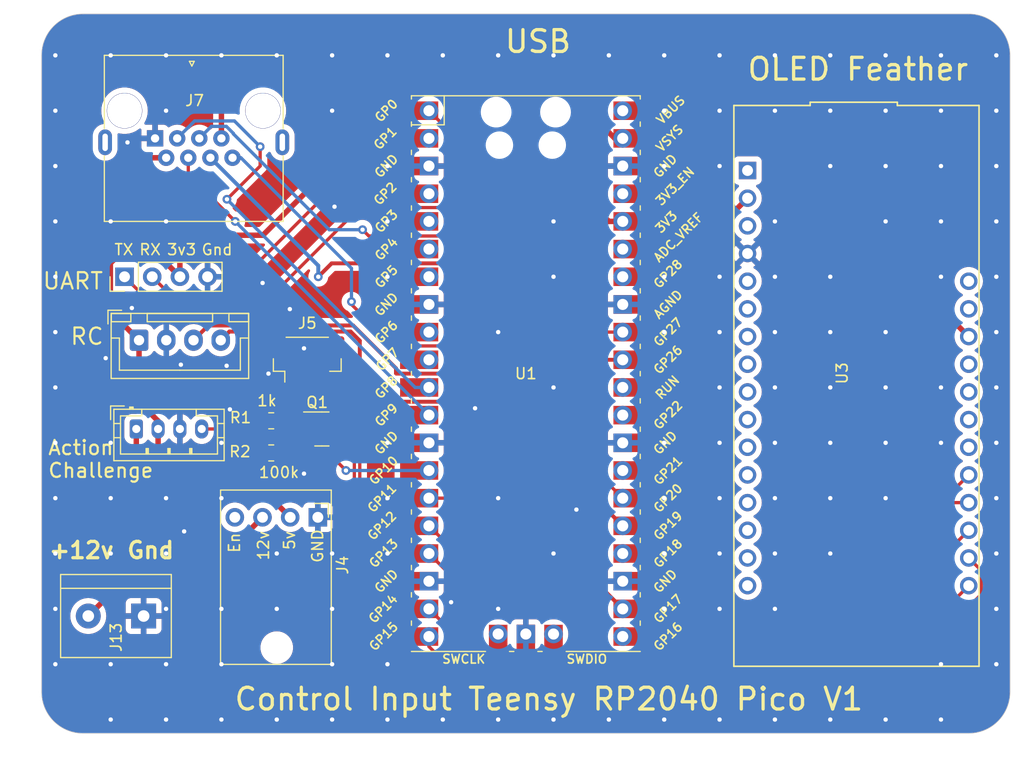
<source format=kicad_pcb>
(kicad_pcb (version 20221018) (generator pcbnew)
  (layers (0 "F.Cu" signal) (31 "B.Cu" signal) (34 "B.Paste" user) (35 "F.Paste" user) (36 "B.SilkS" user "B.Silkscreen") (37 "F.SilkS" user "F.Silkscreen") (38 "B.Mask" user) (39 "F.Mask" user) (44 "Edge.Cuts" user))
  (net 0 "")
  (net 1 "+5V")
  (net 2 "GND")
  (net 3 "+3V3")
  (net 4 "+12V")
  (net 5 "I2C_SDA")
  (net 6 "I2C_SCL")
  (net 7 "Steering")
  (net 8 "Throttle")
  (net 9 "RCPWMThrottle")
  (net 10 "RCPWMSteering")
  (net 11 "ActiveSW")
  (net 12 "TX")
  (net 13 "RX")
  (net 14 "ActionSignal")
  (net 16 "Sound_1")
  (net 17 "Sound_2")
  (net 18 "Net-(Q1-G)")
  (net 19 "ActionChallengeTrigger")
  (net 26 "Button_A")
  (net 27 "Button_B")
  (net 28 "Button_C")
  (net 37 "SWCLK")
  (net 38 "SWDIO")
  (footprint "Useful Modifications:RJ45_x08_Tab_Up" (layer "F.Cu") (at 119.61168 96.73082 180)
    (fp_text reference "J7")
    (fp_text value "8P8C")
  )
  (footprint "Useful Modifications:Feather_nRF52840" (layer "F.Cu") (at 180.34 121.92 -90)
    (fp_text reference "U3")
    (fp_text value "OLED Feather")
  )
  (footprint "Useful Modifications:TerminalBlock_bornier-2_P5.08mm" (layer "F.Cu") (at 114.7819 144.167 180)
    (fp_text reference "J13")
    (fp_text value "Main Power")
  )
  (footprint "Useful Modifications:AdaFruit_MPM3610" (layer "F.Cu") (at 130.7719 135.107 -90)
    (fp_text reference "J4")
    (fp_text value "Power Input")
  )
  (footprint "RP2040:RPi_Pico_SMD_TH" (layer "F.Cu") (at 149.86 121.92)
    (fp_text reference "U1")
    (fp_text value "Pico")
  )
  (footprint "Resistor_SMD:R_0805_2012Metric" (layer "F.Cu") (at 126.4925 129.2)
    (fp_text reference "R2")
    (fp_text value "100k")
  )
  (footprint "Package_TO_SOT_SMD:SOT-23" (layer "F.Cu") (at 131.1425 127)
    (fp_text reference "Q1")
    (fp_text value "Q_NMOS_GSD")
  )
  (footprint "Connector_JST:JST_SH_BM04B-SRSS-TB_1x04-1MP_P1.00mm_Vertical" (layer "F.Cu") (at 129.8 120.595)
    (fp_text reference "J5")
    (fp_text value "I2C")
  )
  (footprint "Resistor_SMD:R_0805_2012Metric" (layer "F.Cu") (at 126.4925 126.25)
    (fp_text reference "R1")
    (fp_text value "1k")
  )
  (footprint "Connector_JST:JST_XH_B4B-XH-A_1x04_P2.50mm_Vertical" (layer "F.Cu") (at 114.36 118.855)
    (fp_text reference "J1")
    (fp_text value "RC")
  )
  (footprint "Connector_PinHeader_2.54mm:PinHeader_1x04_P2.54mm_Vertical" (layer "F.Cu") (at 113.03 113.03 90)
    (fp_text reference "J2")
    (fp_text value "UART")
  )
  (footprint "Connector_JST:JST_PH_B4B-PH-K_1x04_P2.00mm_Vertical" (layer "F.Cu") (at 114.11 127)
    (fp_text reference "J3")
    (fp_text value "ActionChallenge")
  )
  (gr_line (start 105.41 92.71) (end 105.41 151.13) (stroke (width 0.05)) (layer "Edge.Cuts"))
  (gr_arc (start 194.31 151.13) (mid 193.194077 153.824077) (end 190.5 154.94) (stroke (width 0.05)) (layer "Edge.Cuts"))
  (gr_arc (start 190.5 88.9) (mid 193.194077 90.015923) (end 194.31 92.71) (stroke (width 0.05)) (layer "Edge.Cuts"))
  (gr_arc (start 105.41 92.71) (mid 106.525923 90.015923) (end 109.22 88.9) (stroke (width 0.05)) (layer "Edge.Cuts"))
  (gr_arc (start 109.22 154.94) (mid 106.525923 153.824077) (end 105.41 151.13) (stroke (width 0.05)) (layer "Edge.Cuts"))
  (gr_line (start 109.22 154.94) (end 190.5 154.94) (stroke (width 0.05)) (layer "Edge.Cuts"))
  (gr_line (start 190.5 88.9) (end 109.22 88.9) (stroke (width 0.05)) (layer "Edge.Cuts"))
  (gr_line (start 194.31 151.13) (end 194.31 92.71) (stroke (width 0.05)) (layer "Edge.Cuts"))
  (gr_text "Gnd" (at 115.4219 138.137) (layer "F.SilkS") (effects (font (size 1.5 1.5) (thickness 0.3))))
  (gr_text "+12v" (at 109.0719 138.137) (layer "F.SilkS") (effects (font (size 1.5 1.5) (thickness 0.3))))
  (gr_text "OLED Feather" (at 180.34 93.98) (layer "F.SilkS") (effects (font (size 2 2) (thickness 0.3))))
  (gr_text "RX" (at 114.3 111.125) (layer "F.SilkS") (effects (font (size 1 1)) (justify left bottom)))
  (gr_text "RC" (at 107.95 119.38) (layer "F.SilkS") (effects (font (size 1.5 1.5) (thickness 0.2)) (justify left bottom)))
  (gr_text "UART" (at 105.41 114.3) (layer "F.SilkS") (effects (font (size 1.5 1.5) (thickness 0.2)) (justify left bottom)))
  (gr_text "TX" (at 112.014 111.125) (layer "F.SilkS") (effects (font (size 1 1)) (justify left bottom)))
  (gr_text "3v3" (at 116.84 111.125) (layer "F.SilkS") (effects (font (size 1 1)) (justify left bottom)))
  (gr_text "1k" (at 125.1204 124.9934) (layer "F.SilkS") (effects (font (size 1 1)) (justify left bottom)))
  (gr_text "Action\nChallenge" (at 105.918 131.572) (layer "F.SilkS") (effects (font (size 1.3 1.3) (thickness 0.2)) (justify left bottom)))
  (gr_text "Gnd" (at 120.015 111.125) (layer "F.SilkS") (effects (font (size 1 1)) (justify left bottom)))
  (gr_text "100k" (at 125.2728 131.572) (layer "F.SilkS") (effects (font (size 1 1)) (justify left bottom)))
  (gr_text "Control Input Teensy RP2040 Pico V1" (at 151.9682 151.7904) (layer "F.SilkS") (effects (font (size 2 2) (thickness 0.3))))
  (gr_text "USB" (at 150.975 91.44) (layer "F.SilkS") (effects (font (size 2 2) (thickness 0.3))))
  (segment (start 156.699501 98.999501) (end 156.699501 97.010257) (width 0.5) (layer "F.Cu") (net 1))
  (segment (start 109.22 121.92) (end 111.76 124.46) (width 0.5) (layer "F.Cu") (net 1))
  (segment (start 109.22 106.68) (end 109.22 121.92) (width 0.5) (layer "F.Cu") (net 1))
  (segment (start 156.699501 97.010257) (end 153.985743 94.296499) (width 0.5) (layer "F.Cu") (net 1))
  (segment (start 111.646701 94.296499) (end 109.347 96.5962) (width 0.5) (layer "F.Cu") (net 1))
  (segment (start 109.347 96.5962) (end 109.347 102.2096) (width 0.5) (layer "F.Cu") (net 1))
  (segment (start 158.75 100.33) (end 172.319 100.33) (width 0.5) (layer "F.Cu") (net 1))
  (segment (start 114.3 124.46) (end 116.11 126.27) (width 0.5) (layer "F.Cu") (net 1))
  (segment (start 125.2049 132.08) (end 116.84 132.08) (width 0.5) (layer "F.Cu") (net 1))
  (segment (start 113.79 102.11) (end 111.5187 104.3813) (width 0.5) (layer "F.Cu") (net 1))
  (segment (start 128.2319 135.107) (end 125.2049 132.08) (width 0.5) (layer "F.Cu") (net 1))
  (segment (start 172.319 100.33) (end 190.50794 118.51894) (width 0.5) (layer "F.Cu") (net 1))
  (segment (start 158.03 100.33) (end 156.699501 98.999501) (width 0.5) (layer "F.Cu") (net 1))
  (segment (start 116.11 126.27) (end 116.11 127) (width 0.5) (layer "F.Cu") (net 1))
  (segment (start 116.11 131.35) (end 116.11 127) (width 0.5) (layer "F.Cu") (net 1))
  (segment (start 158.75 100.33) (end 158.03 100.33) (width 0.5) (layer "F.Cu") (net 1))
  (segment (start 116.84 132.08) (end 116.11 131.35) (width 0.5) (layer "F.Cu") (net 1))
  (segment (start 111.76 124.46) (end 114.3 124.46) (width 0.5) (layer "F.Cu") (net 1))
  (segment (start 109.347 102.2096) (end 111.5187 104.3813) (width 0.5) (layer "F.Cu") (net 1))
  (segment (start 153.985743 94.296499) (end 111.646701 94.296499) (width 0.5) (layer "F.Cu") (net 1))
  (segment (start 111.5187 104.3813) (end 109.22 106.68) (width 0.5) (layer "F.Cu") (net 1))
  (segment (start 116.8507 102.11) (end 113.79 102.11) (width 0.5) (layer "F.Cu") (net 1))
  (segment (start 128.3 121.92) (end 126.238 121.92) (width 1) (layer "F.Cu") (net 2))
  (via (at 106.68 97.79) (size 0.8) (drill 0.4) (layers "F.Cu" "B.Cu") (net 2))
  (via (at 132.08 92.71) (size 0.8) (drill 0.4) (layers "F.Cu" "B.Cu") (net 2))
  (via (at 193.04 92.71) (size 0.8) (drill 0.4) (layers "F.Cu" "B.Cu") (net 2))
  (via (at 127 153.67) (size 0.8) (drill 0.4) (layers "F.Cu" "B.Cu") (net 2))
  (via (at 177.8 153.67) (size 0.8) (drill 0.4) (layers "F.Cu" "B.Cu") (net 2))
  (via (at 172.72 123.19) (size 0.8) (drill 0.4) (layers "F.Cu" "B.Cu") (net 2))
  (via (at 157.48 153.67) (size 0.8) (drill 0.4) (layers "F.Cu" "B.Cu") (net 2))
  (via (at 132.3 106.6) (size 0.8) (drill 0.4) (layers "F.Cu" "B.Cu") (net 2))
  (via (at 177.8 97.79) (size 0.8) (drill 0.4) (layers "F.Cu" "B.Cu") (net 2))
  (via (at 182.88 153.67) (size 0.8) (drill 0.4) (layers "F.Cu" "B.Cu") (net 2))
  (via (at 193.04 97.79) (size 0.8) (drill 0.4) (layers "F.Cu" "B.Cu") (net 2))
  (via (at 167.64 133.35) (size 0.8) (drill 0.4) (layers "F.Cu" "B.Cu") (net 2))
  (via (at 106.68 123.19) (size 0.8) (drill 0.4) (layers "F.Cu" "B.Cu") (net 2))
  (via (at 132.08 97.79) (size 0.8) (drill 0.4) (layers "F.Cu" "B.Cu") (net 2))
  (via (at 152.4 153.67) (size 0.8) (drill 0.4) (layers "F.Cu" "B.Cu") (net 2))
  (via (at 187.96 92.71) (size 0.8) (drill 0.4) (layers "F.Cu" "B.Cu") (net 2))
  (via (at 167.64 123.19) (size 0.8) (drill 0.4) (layers "F.Cu" "B.Cu") (net 2))
  (via (at 193.04 133.35) (size 0.8) (drill 0.4) (layers "F.Cu" "B.Cu") (net 2))
  (via (at 137.16 133.35) (size 0.8) (drill 0.4) (layers "F.Cu" "B.Cu") (net 2))
  (via (at 172.72 153.67) (size 0.8) (drill 0.4) (layers "F.Cu" "B.Cu") (net 2))
  (via (at 162.56 102.87) (size 0.8) (drill 0.4) (layers "F.Cu" "B.Cu") (net 2))
  (via (at 152.4 123.19) (size 0.8) (drill 0.4) (layers "F.Cu" "B.Cu") (net 2))
  (via (at 187.96 113.03) (size 0.8) (drill 0.4) (layers "F.Cu" "B.Cu") (net 2))
  (via (at 182.88 133.35) (size 0.8) (drill 0.4) (layers "F.Cu" "B.Cu") (net 2))
  (via (at 118.5 136.4) (size 0.8) (drill 0.4) (layers "F.Cu" "B.Cu") (net 2))
  (via (at 106.68 138.43) (size 0.8) (drill 0.4) (layers "F.Cu" "B.Cu") (net 2))
  (via (at 111.76 153.67) (size 0.8) (drill 0.4) (layers "F.Cu" "B.Cu") (net 2))
  (via (at 129.5 131.1) (size 0.8) (drill 0.4) (layers "F.Cu" "B.Cu") (net 2))
  (via (at 154.5 134.4) (size 0.8) (drill 0.4) (layers "F.Cu" "B.Cu") (net 2))
  (via (at 177.8 128.27) (size 0.8) (drill 0.4) (layers "F.Cu" "B.Cu") (net 2))
  (via (at 137.16 148.59) (size 0.8) (drill 0.4) (layers "F.Cu" "B.Cu") (net 2))
  (via (at 193.04 148.59) (size 0.8) (drill 0.4) (layers "F.Cu" "B.Cu") (net 2))
  (via (at 142.24 92.71) (size 0.8) (drill 0.4) (layers "F.Cu" "B.Cu") (net 2))
  (via (at 167.64 102.87) (size 0.8) (drill 0.4) (layers "F.Cu" "B.Cu") (net 2))
  (via (at 132.08 143.51) (size 0.8) (drill 0.4) (layers "F.Cu" "B.Cu") (net 2))
  (via (at 118.2 121.1) (size 0.8) (drill 0.4) (layers "F.Cu" "B.Cu") (net 2))
  (via (at 111.76 92.71) (size 0.8) (drill 0.4) (layers "F.Cu" "B.Cu") (net 2))
  (via (at 182.88 102.87) (size 0.8) (drill 0.4) (layers "F.Cu" "B.Cu") (net 2))
  (via (at 152.4 113.03) (size 0.8) (drill 0.4) (layers "F.Cu" "B.Cu") (net 2))
  (via (at 187.96 97.79) (size 0.8) (drill 0.4) (layers "F.Cu" "B.Cu") (net 2))
  (via (at 193.04 102.87) (size 0.8) (drill 0.4) (layers "F.Cu" "B.Cu") (net 2))
  (via (at 172.72 128.27) (size 0.8) (drill 0.4) (layers "F.Cu" "B.Cu") (net 2))
  (via (at 127 92.71) (size 0.8) (drill 0.4) (layers "F.Cu" "B.Cu") (net 2))
  (via (at 147.32 133.35) (size 0.8) (drill 0.4) (layers "F.Cu" "B.Cu") (net 2))
  (via (at 137.16 102.87) (size 0.8) (drill 0.4) (layers "F.Cu" "B.Cu") (net 2))
  (via (at 172.72 143.51) (size 0.8) (drill 0.4) (layers "F.Cu" "B.Cu") (net 2))
  (via (at 116.84 143.51) (size 0.8) (drill 0.4) (layers "F.Cu" "B.Cu") (net 2))
  (via (at 193.04 118.11) (size 0.8) (drill 0.4) (layers "F.Cu" "B.Cu") (net 2))
  (via (at 193.04 123.19) (size 0.8) (drill 0.4) (layers "F.Cu" "B.Cu") (net 2))
  (via (at 187.96 123.19) (size 0.8) (drill 0.4) (layers "F.Cu" "B.Cu") (net 2))
  (via (at 167.64 113.03) (size 0.8) (drill 0.4) (layers "F.Cu" "B.Cu") (net 2))
  (via (at 116.84 133.35) (size 0.8) (drill 0.4) (layers "F.Cu" "B.Cu") (net 2))
  (via (at 121.92 128.27) (size 0.8) (drill 0.4) (layers "F.Cu" "B.Cu") (net 2))
  (via (at 187.96 153.67) (size 0.8) (drill 0.4) (layers "F.Cu" "B.Cu") (net 2))
  (via (at 132.08 138.43) (size 0.8) (drill 0.4) (layers "F.Cu" "B.Cu") (net 2))
  (via (at 106.68 107.95) (size 0.8) (drill 0.4) (layers "F.Cu" "B.Cu") (net 2))
  (via (at 172.72 92.71) (size 0.8) (drill 0.4) (layers "F.Cu" "B.Cu") (net 2))
  (via (at 106.68 148.59) (size 0.8) (drill 0.4) (layers "F.Cu" "B.Cu") (net 2))
  (via (at 126.238 121.92) (size 0.8) (drill 0.4) (layers "F.Cu" "B.Cu") (net 2))
  (via (at 172.72 107.95) (size 0.8) (drill 0.4) (layers "F.Cu" "B.Cu") (net 2))
  (via (at 121.92 133.35) (size 0.8) (drill 0.4) (layers "F.Cu" "B.Cu") (net 2))
  (via (at 167.64 118.11) (size 0.8) (drill 0.4) (layers "F.Cu" "B.Cu") (net 2))
  (via (at 167.64 143.51) (size 0.8) (drill 0.4) (layers "F.Cu" "B.Cu") (net 2))
  (via (at 137.16 153.67) (size 0.8) (drill 0.4) (layers "F.Cu" "B.Cu") (net 2))
  (via (at 113.3 100.7) (size 0.8) (drill 0.4) (layers "F.Cu" "B.Cu") (net 2))
  (via (at 116.84 92.71) (size 0.8) (drill 0.4) (layers "F.Cu" "B.Cu") (net 2))
  (via (at 147.32 153.67) (size 0.8) (drill 0.4) (layers "F.Cu" "B.Cu") (net 2))
  (via (at 182.88 107.95) (size 0.8) (drill 0.4) (layers "F.Cu" "B.Cu") (net 2))
  (via (at 106.68 128.27) (size 0.8) (drill 0.4) (layers "F.Cu" "B.Cu") (net 2))
  (via (at 162.56 143.51) (size 0.8) (drill 0.4) (layers "F.Cu" "B.Cu") (net 2))
  (via (at 157.48 92.71) (size 0.8) (drill 0.4) (layers "F.Cu" "B.Cu") (net 2))
  (via (at 129.5 119.6) (size 0.8) (drill 0.4) (layers "F.Cu" "B.Cu") (net 2))
  (via (at 177.8 138.43) (size 0.8) (drill 0.4) (layers "F.Cu" "B.Cu") (net 2))
  (via (at 111.76 107.95) (size 0.8) (drill 0.4) (layers "F.Cu" "B.Cu") (net 2))
  (via (at 122.4 121.2) (size 0.8) (drill 0.4) (layers "F.Cu" "B.Cu") (net 2))
  (via (at 172.72 138.43) (size 0.8) (drill 0.4) (layers "F.Cu" "B.Cu") (net 2))
  (via (at 162.56 92.71) (size 0.8) (drill 0.4) (layers "F.Cu" "B.Cu") (net 2))
  (via (at 116.84 153.67) (size 0.8) (drill 0.4) (layers "F.Cu" "B.Cu") (net 2))
  (via (at 106.68 118.11) (size 0.8) (drill 0.4) (layers "F.Cu" "B.Cu") (net 2))
  (via (at 122.7 125.2) (size 0.8) (drill 0.4) (layers "F.Cu" "B.Cu") (net 2))
  (via (at 147.32 143.51) (size 0.8) (drill 0.4) (layers "F.Cu" "B.Cu") (net 2))
  (via (at 106.68 102.87) (size 0.8) (drill 0.4) (layers "F.Cu" "B.Cu") (net 2))
  (via (at 121.92 143.51) (size 0.8) (drill 0.4) (layers "F.Cu" "B.Cu") (net 2))
  (via (at 193.04 128.27) (size 0.8) (drill 0.4) (layers "F.Cu" "B.Cu") (net 2))
  (via (at 116.84 148.59) (size 0.8) (drill 0.4) (layers "F.Cu" "B.Cu") (net 2))
  (via (at 106.68 113.03) (size 0.8) (drill 0.4) (layers "F.Cu" "B.Cu") (net 2))
  (via (at 177.8 123.19) (size 0.8) (drill 0.4) (layers "F.Cu" "B.Cu") (net 2))
  (via (at 187.96 148.59) (size 0.8) (drill 0.4) (layers "F.Cu" "B.Cu") (net 2))
  (via (at 177.8 92.71) (size 0.8) (drill 0.4) (layers "F.Cu" "B.Cu") (net 2))
  (via (at 113.7 115.9) (size 0.8) (drill 0.4) (layers "F.Cu" "B.Cu") (net 2))
  (via (at 162.56 113.03) (size 0.8) (drill 0.4) (layers "F.Cu" "B.Cu") (net 2))
  (via (at 162.56 118.11) (size 0.8) (drill 0.4) (layers "F.Cu" "B.Cu") (net 2))
  (via (at 172.72 97.79) (size 0.8) (drill 0.4) (layers "F.Cu" "B.Cu") (net 2))
  (via (at 172.72 133.35) (size 0.8) (drill 0.4) (layers "F.Cu" "B.Cu") (net 2))
  (via (at 193.04 107.95) (size 0.8) (drill 0.4) (layers "F.Cu" "B.Cu") (net 2))
  (via (at 182.88 128.27) (size 0.8) (drill 0.4) (layers "F.Cu" "B.Cu") (net 2))
  (via (at 167.64 138.43) (size 0.8) (drill 0.4) (layers "F.Cu" "B.Cu") (net 2))
  (via (at 111.76 148.59) (size 0.8) (drill 0.4) (layers "F.Cu" "B.Cu") (net 2))
  (via (at 116.84 107.95) (size 0.8) (drill 0.4) (layers "F.Cu" "B.Cu") (net 2))
  (via (at 137.16 138.43) (size 0.8) (drill 0.4) (layers "F.Cu" "B.Cu") (net 2))
  (via (at 177.8 118.11) (size 0.8) (drill 0.4) (layers "F.Cu" "B.Cu") (net 2))
  (via (at 177.8 102.87) (size 0.8) (drill 0.4) (layers "F.Cu" "B.Cu") (net 2))
  (via (at 182.88 97.79) (size 0.8) (drill 0.4) (layers "F.Cu" "B.Cu") (net 2))
  (via (at 121.92 148.59) (size 0.8) (drill 0.4) (layers "F.Cu" "B.Cu") (net 2))
  (via (at 182.88 123.19) (size 0.8) (drill 0.4) (layers "F.Cu" "B.Cu") (net 2))
  (via (at 106.68 133.35) (size 0.8) (drill 0.4) (layers "F.Cu" "B.Cu") (net 2))
  (via (at 121.92 92.71) (size 0.8) (drill 0.4) (layers "F.Cu" "B.Cu") (net 2))
  (via (at 137.16 107.95) (size 0.8) (drill 0.4) (layers "F.Cu" "B.Cu") (net 2))
  (via (at 137.16 92.71) (size 0.8) (drill 0.4) (layers "F.Cu" "B.Cu") (net 2))
  (via (at 111.76 133.35) (size 0.8) (drill 0.4) (layers "F.Cu" "B.Cu") (net 2))
  (via (at 167.64 97.79) (size 0.8) (drill 0.4) (layers "F.Cu" "B.Cu") (net 2))
  (via (at 116.84 97.79) (size 0.8) (drill 0.4) (layers "F.Cu" "B.Cu") (net 2))
  (via (at 132.08 148.59) (size 0.8) (drill 0.4) (layers "F.Cu" "B.Cu") (net 2))
  (via (at 187.96 128.27) (size 0.8) (drill 0.4) (layers "F.Cu" "B.Cu") (net 2))
  (via (at 162.56 128.27) (size 0.8) (drill 0.4) (layers "F.Cu" "B.Cu") (net 2))
  (via (at 167.64 153.67) (size 0.8) (drill 0.4) (layers "F.Cu" "B.Cu") (net 2))
  (via (at 177.8 133.35) (size 0.8) (drill 0.4) (layers "F.Cu" "B.Cu") (net 2))
  (via (at 193.04 138.43) (size 0.8) (drill 0.4) (layers "F.Cu" "B.Cu") (net 2))
  (via (at 143 142.9) (size 0.8) (drill 0.4) (layers "F.Cu" "B.Cu") (net 2))
  (via (at 193.04 113.03) (size 0.8) (drill 0.4) (layers "F.Cu" "B.Cu") (net 2))
  (via (at 147.32 92.71) (size 0.8) (drill 0.4) (layers "F.Cu" "B.Cu") (net 2))
  (via (at 152.4 138.43) (size 0.8) (drill 0.4) (layers "F.Cu" "B.Cu") (net 2))
  (via (at 106.68 143.51) (size 0.8) (drill 0.4) (layers "F.Cu" "B.Cu") (net 2))
  (via (at 145.2 125.1) (size 0.8) (drill 0.4) (layers "F.Cu" "B.Cu") (net 2))
  (via (at 137.16 113.03) (size 0.8) (drill 0.4) (layers "F.Cu" "B.Cu") (net 2))
  (via (at 125.7 113.6) (size 0.8) (drill 0.4) (layers "F.Cu" "B.Cu") (net 2))
  (via (at 111.3 120.5) (size 0.8) (drill 0.4) (layers "F.Cu" "B.Cu") (net 2))
  (via (at 147.32 118.11) (size 0.8) (drill 0.4) (layers "F.Cu" "B.Cu") (net 2))
  (via (at 132.08 153.67) (size 0.8) (drill 0.4) (layers "F.Cu" "B.Cu") (net 2))
  (via (at 106.68 92.71) (size 0.8) (drill 0.4) (layers "F.Cu" "B.Cu") (net 2))
  (via (at 193.04 143.51) (size 0.8) (drill 0.4) (layers "F.Cu" "B.Cu") (net 2))
  (via (at 162.56 138.43) (size 0.8) (drill 0.4) (layers "F.Cu" "B.Cu") (net 2))
  (via (at 137.16 128.27) (size 0.8) (drill 0.4) (layers "F.Cu" "B.Cu") (net 2))
  (via (at 152.4 92.71) (size 0.8) (drill 0.4) (layers "F.Cu" "B.Cu") (net 2))
  (via (at 111.76 138.43) (size 0.8) (drill 0.4) (layers "F.Cu" "B.Cu") (net 2))
  (via (at 182.88 92.71) (size 0.8) (drill 0.4) (layers "F.Cu" "B.Cu") (net 2))
  (via (at 187.96 102.87) (size 0.8) (drill 0.4) (layers "F.Cu" "B.Cu") (net 2))
  (via (at 182.88 118.11) (size 0.8) (drill 0.4) (layers "F.Cu" "B.Cu") (net 2))
  (via (at 167.64 128.27) (size 0.8) (drill 0.4) (layers "F.Cu" "B.Cu") (net 2))
  (via (at 128.2 116) (size 0.8) (drill 0.4) (layers "F.Cu" "B.Cu") (net 2))
  (via (at 162.56 97.79) (size 0.8) (drill 0.4) (layers "F.Cu" "B.Cu") (net 2))
  (via (at 111.76 128.27) (size 0.8) (drill 0.4) (layers "F.Cu" "B.Cu") (net 2))
  (via (at 162.56 133.35) (size 0.8) (drill 0.4) (layers "F.Cu" "B.Cu") (net 2))
  (via (at 187.96 107.95) (size 0.8) (drill 0.4) (layers "F.Cu" "B.Cu") (net 2))
  (via (at 142.24 153.67) (size 0.8) (drill 0.4) (layers "F.Cu" "B.Cu") (net 2))
  (via (at 162.56 153.67) (size 0.8) (drill 0.4) (layers "F.Cu" "B.Cu") (net 2))
  (via (at 116.84 138.43) (size 0.8) (drill 0.4) (layers "F.Cu" "B.Cu") (net 2))
  (via (at 167.64 92.71) (size 0.8) (drill 0.4) (layers "F.Cu" "B.Cu") (net 2))
  (via (at 172.72 113.03) (size 0.8) (drill 0.4) (layers "F.Cu" "B.Cu") (net 2))
  (via (at 127 138.43) (size 0.8) (drill 0.4) (layers "F.Cu" "B.Cu") (net 2))
  (via (at 121.92 153.67) (size 0.8) (drill 0.4) (layers "F.Cu" "B.Cu") (net 2))
  (via (at 127 143.51) (size 0.8) (drill 0.4) (layers "F.Cu" "B.Cu") (net 2))
  (via (at 177.8 113.03) (size 0.8) (drill 0.4) (layers "F.Cu" "B.Cu") (net 2))
  (via (at 172.72 118.11) (size 0.8) (drill 0.4) (layers "F.Cu" "B.Cu") (net 2))
  (via (at 152.4 107.95) (size 0.8) (drill 0.4) (layers "F.Cu" "B.Cu") (net 2))
  (segment (start 111.73 111.79) (end 113.03 110.49) (width 0.5) (layer "F.Cu") (net 3))
  (segment (start 118.11 110.998) (end 119.888 109.22) (width 0.5) (layer "F.Cu") (net 3))
  (segment (start 153.696 94.996) (end 136.144 94.996) (width 0.5) (layer "F.Cu") (net 3))
  (segment (start 156 97.3) (end 153.696 94.996) (width 0.5) (layer "F.Cu") (net 3))
  (segment (start 126.2634 123.7234) (end 127.121054 124.581054) (width 0.5) (layer "F.Cu") (net 3))
  (segment (start 114.36 121.5736) (end 116.5098 123.7234) (width 0.5) (layer "F.Cu") (net 3))
  (segment (start 158.75 107.95) (end 168.07688 107.95) (width 0.5) (layer "F.Cu") (net 3))
  (segment (start 127.121054 124.581054) (end 128.512107 123.19) (width 0.3) (layer "F.Cu") (net 3))
  (segment (start 168.07688 107.95) (end 170.20794 105.81894) (width 0.5) (layer "F.Cu") (net 3))
  (segment (start 113.03 110.49) (end 115.57 110.49) (width 0.5) (layer "F.Cu") (net 3))
  (segment (start 116.5098 123.7234) (end 126.2634 123.7234) (width 0.5) (layer "F.Cu") (net 3))
  (segment (start 118.11 113.03) (end 118.11 110.998) (width 0.5) (layer "F.Cu") (net 3))
  (segment (start 126.4425 125.259607) (end 127.121054 124.581054) (width 0.3) (layer "F.Cu") (net 3))
  (segment (start 136.144 98.806) (end 136.144 94.996) (width 0.5) (layer "F.Cu") (net 3))
  (segment (start 125.58 129.2) (end 126.4425 128.3375) (width 0.3) (layer "F.Cu") (net 3))
  (segment (start 136.144 94.996) (end 123.698 94.996) (width 0.5) (layer "F.Cu") (net 3))
  (segment (start 129.3 121.92) (end 129.3 122.402107) (width 0.3) (layer "F.Cu") (net 3))
  (segment (start 125.73 109.22) (end 136.144 98.806) (width 0.5) (layer "F.Cu") (net 3))
  (segment (start 129.3 122.402107) (end 128.512107 123.19) (width 0.3) (layer "F.Cu") (net 3))
  (segment (start 114.36 118.855) (end 111.73 116.225) (width 0.5) (layer "F.Cu") (net 3))
  (segment (start 121.9207 96.7733) (end 121.9207 100.33) (width 0.5) (layer "F.Cu") (net 3))
  (segment (start 158.75 107.95) (end 157.48 107.95) (width 0.5) (layer "F.Cu") (net 3))
  (segment (start 157.48 107.95) (end 156 106.47) (width 0.5) (layer "F.Cu") (net 3))
  (segment (start 123.698 94.996) (end 121.9207 96.7733) (width 0.5) (layer "F.Cu") (net 3))
  (segment (start 111.73 116.225) (end 111.73 111.79) (width 0.5) (layer "F.Cu") (net 3))
  (segment (start 114.36 118.855) (end 114.36 121.5736) (width 0.5) (layer "F.Cu") (net 3))
  (segment (start 126.4425 128.3375) (end 126.4425 125.259607) (width 0.3) (layer "F.Cu") (net 3))
  (segment (start 115.57 110.49) (end 118.11 113.03) (width 0.5) (layer "F.Cu") (net 3))
  (segment (start 156 106.47) (end 156 97.3) (width 0.5) (layer "F.Cu") (net 3))
  (segment (start 119.888 109.22) (end 125.73 109.22) (width 0.5) (layer "F.Cu") (net 3))
  (segment (start 114.11 139.7) (end 114.11 127) (width 0.5) (layer "F.Cu") (net 4))
  (segment (start 121.0989 139.7) (end 114.11 139.7) (width 0.5) (layer "F.Cu") (net 4))
  (segment (start 125.6919 135.107) (end 121.0989 139.7) (width 0.5) (layer "F.Cu") (net 4))
  (segment (start 109.7019 144.167) (end 114.11 139.7589) (width 0.5) (layer "F.Cu") (net 4))
  (segment (start 114.11 139.7589) (end 114.11 139.7) (width 0.5) (layer "F.Cu") (net 4))
  (segment (start 130.3 121.92) (end 130.3 121.437893) (width 0.3) (layer "F.Cu") (net 5))
  (segment (start 180.723078 151.163802) (end 190.50794 141.37894) (width 0.3) (layer "F.Cu") (net 5))
  (segment (start 140.97 143.51) (end 143.4 145.94) (width 0.3) (layer "F.Cu") (net 5))
  (segment (start 137.16 143.51) (end 140.97 143.51) (width 0.3) (layer "F.Cu") (net 5))
  (segment (start 130.3 121.437893) (end 131.087893 120.65) (width 0.3) (layer "F.Cu") (net 5))
  (segment (start 143.4 148.114803) (end 146.448999 151.163802) (width 0.3) (layer "F.Cu") (net 5))
  (segment (start 134.62 123.757893) (end 134.62 140.97) (width 0.3) (layer "F.Cu") (net 5))
  (segment (start 131.087893 120.65) (end 131.512107 120.65) (width 0.3) (layer "F.Cu") (net 5))
  (segment (start 134.62 140.97) (end 137.16 143.51) (width 0.3) (layer "F.Cu") (net 5))
  (segment (start 146.448999 151.163802) (end 180.723078 151.163802) (width 0.3) (layer "F.Cu") (net 5))
  (segment (start 143.4 145.94) (end 143.4 148.114803) (width 0.3) (layer "F.Cu") (net 5))
  (segment (start 131.512107 120.65) (end 134.62 123.757893) (width 0.3) (layer "F.Cu") (net 5))
  (segment (start 191.65794 139.98894) (end 191.65794 142.17706) (width 0.3) (layer "F.Cu") (net 6))
  (segment (start 190.50794 138.83894) (end 191.65794 139.98894) (width 0.3) (layer "F.Cu") (net 6))
  (segment (start 134.120499 124.740499) (end 134.120499 141.740499) (width 0.3) (layer "F.Cu") (net 6))
  (segment (start 181.635 152.2) (end 146.2 152.2) (width 0.3) (layer "F.Cu") (net 6))
  (segment (start 138.43 146.05) (end 140.97 146.05) (width 0.3) (layer "F.Cu") (net 6))
  (segment (start 140.97 146.97) (end 140.97 146.05) (width 0.3) (layer "F.Cu") (net 6))
  (segment (start 134.120499 141.740499) (end 138.43 146.05) (width 0.3) (layer "F.Cu") (net 6))
  (segment (start 191.65794 142.17706) (end 181.635 152.2) (width 0.3) (layer "F.Cu") (net 6))
  (segment (start 131.3 121.92) (end 134.120499 124.740499) (width 0.3) (layer "F.Cu") (net 6))
  (segment (start 146.2 152.2) (end 140.97 146.97) (width 0.3) (layer "F.Cu") (net 6))
  (segment (start 158.75 118.11) (end 150.99 118.11) (width 0.3) (layer "F.Cu") (net 7))
  (segment (start 150.99 118.11) (end 142.17 109.29) (width 0.3) (layer "F.Cu") (net 7))
  (segment (start 135.452 109.29) (end 134.874 108.712) (width 0.3) (layer "F.Cu") (net 7))
  (segment (start 142.17 109.29) (end 135.452 109.29) (width 0.3) (layer "F.Cu") (net 7))
  (via (at 134.874 108.712) (size 0.8) (drill 0.4) (layers "F.Cu" "B.Cu") (net 7))
  (segment (start 123.0207 99.9207) (end 123.0207 99.874365) (width 0.3) (layer "B.Cu") (net 7))
  (segment (start 122.376335 99.23) (end 120.9907 99.23) (width 0.3) (layer "B.Cu") (net 7))
  (segment (start 123.0207 99.874365) (end 122.376335 99.23) (width 0.3) (layer "B.Cu") (net 7))
  (segment (start 134.874 108.712) (end 131.812 108.712) (width 0.3) (layer "B.Cu") (net 7))
  (segment (start 131.812 108.712) (end 123.0207 99.9207) (width 0.3) (layer "B.Cu") (net 7))
  (segment (start 120.9907 99.23) (end 119.8907 100.33) (width 0.3) (layer "B.Cu") (net 7))
  (segment (start 160.47 120.65) (end 158.75 120.65) (width 0.36) (layer "F.Cu") (net 8))
  (segment (start 163.83 124.01) (end 160.47 120.65) (width 0.36) (layer "F.Cu") (net 8))
  (segment (start 163.83 130.81) (end 163.83 124.01) (width 0.36) (layer "F.Cu") (net 8))
  (segment (start 152.781172 120.65) (end 143.931172 111.8) (width 0.36) (layer "F.Cu") (net 8))
  (segment (start 132.04 111.8) (end 130.81 113.03) (width 0.36) (layer "F.Cu") (net 8))
  (segment (start 158.75 130.81) (end 163.83 130.81) (width 0.36) (layer "F.Cu") (net 8))
  (segment (start 158.75 120.65) (end 152.781172 120.65) (width 0.36) (layer "F.Cu") (net 8))
  (segment (start 143.931172 111.8) (end 132.04 111.8) (width 0.36) (layer "F.Cu") (net 8))
  (via (at 130.81 113.03) (size 0.8) (drill 0.4) (layers "F.Cu" "B.Cu") (net 8))
  (segment (start 130.81 112.0093) (end 120.9107 102.11) (width 0.36) (layer "B.Cu") (net 8))
  (segment (start 130.81 113.03) (end 130.81 112.0093) (width 0.36) (layer "B.Cu") (net 8))
  (segment (start 134.01 117.5) (end 137.94 121.43) (width 0.36) (layer "F.Cu") (net 9))
  (segment (start 137.94 121.88) (end 137.98 121.92) (width 0.36) (layer "F.Cu") (net 9))
  (segment (start 137.98 121.92) (end 144.78 121.92) (width 0.36) (layer "F.Cu") (net 9))
  (segment (start 137.94 121.43) (end 137.94 121.88) (width 0.36) (layer "F.Cu") (net 9))
  (segment (start 119.36 118.855) (end 120.715 117.5) (width 0.36) (layer "F.Cu") (net 9))
  (segment (start 120.715 117.5) (end 134.01 117.5) (width 0.36) (layer "F.Cu") (net 9))
  (segment (start 144.78 121.92) (end 158.75 135.89) (width 0.36) (layer "F.Cu") (net 9))
  (segment (start 154.94 137.16) (end 154.94 139.7) (width 0.36) (layer "F.Cu") (net 10))
  (segment (start 121.86 118.855) (end 122.655499 118.059501) (width 0.36) (layer "F.Cu") (net 10))
  (segment (start 154.94 139.7) (end 158.75 143.51) (width 0.36) (layer "F.Cu") (net 10))
  (segment (start 134.62 121.1) (end 138.02 124.5) (width 0.36) (layer "F.Cu") (net 10))
  (segment (start 122.655499 118.059501) (end 133.778247 118.059501) (width 0.36) (layer "F.Cu") (net 10))
  (segment (start 133.778247 118.059501) (end 134.62 118.901254) (width 0.36) (layer "F.Cu") (net 10))
  (segment (start 138.02 124.5) (end 142.28 124.5) (width 0.36) (layer "F.Cu") (net 10))
  (segment (start 134.62 118.901254) (end 134.62 121.1) (width 0.36) (layer "F.Cu") (net 10))
  (segment (start 142.28 124.5) (end 154.94 137.16) (width 0.36) (layer "F.Cu") (net 10))
  (segment (start 144.78 119.38) (end 137.668 119.38) (width 0.3) (layer "F.Cu") (net 11))
  (segment (start 137.668 119.38) (end 133.858 115.57) (width 0.3) (layer "F.Cu") (net 11))
  (segment (start 158.75 133.35) (end 144.78 119.38) (width 0.3) (layer "F.Cu") (net 11))
  (segment (start 133.858 115.57) (end 133.858 115.316) (width 0.3) (layer "F.Cu") (net 11))
  (via (at 133.858 115.316) (size 0.8) (drill 0.4) (layers "F.Cu" "B.Cu") (net 11))
  (segment (start 133.858 112.258) (end 123.71 102.11) (width 0.3) (layer "B.Cu") (net 11))
  (segment (start 133.858 115.316) (end 133.858 112.258) (width 0.3) (layer "B.Cu") (net 11))
  (segment (start 123.71 102.11) (end 122.9407 102.11) (width 0.3) (layer "B.Cu") (net 11))
  (segment (start 144.2974 101.1174) (end 144.2974 104.4826) (width 0.3) (layer "F.Cu") (net 12))
  (segment (start 142.1 106.68) (end 134.62 106.68) (width 0.3) (layer "F.Cu") (net 12))
  (segment (start 144.2974 104.4826) (end 142.1 106.68) (width 0.3) (layer "F.Cu") (net 12))
  (segment (start 140.97 97.79) (end 144.2974 101.1174) (width 0.3) (layer "F.Cu") (net 12))
  (segment (start 115.57 115.57) (end 113.03 113.03) (width 0.3) (layer "F.Cu") (net 12))
  (segment (start 125.73 115.57) (end 115.57 115.57) (width 0.3) (layer "F.Cu") (net 12))
  (segment (start 134.62 106.68) (end 125.73 115.57) (width 0.3) (layer "F.Cu") (net 12))
  (segment (start 121.936901 115.070499) (end 117.610499 115.070499) (width 0.3) (layer "F.Cu") (net 13))
  (segment (start 136.6774 100.33) (end 121.936901 115.070499) (width 0.3) (layer "F.Cu") (net 13))
  (segment (start 117.610499 115.070499) (end 115.57 113.03) (width 0.3) (layer "F.Cu") (net 13))
  (segment (start 140.97 100.33) (end 136.6774 100.33) (width 0.3) (layer "F.Cu") (net 13))
  (segment (start 120.11 127) (end 124.83 127) (width 0.3) (layer "F.Cu") (net 14))
  (segment (start 124.83 127) (end 125.58 126.25) (width 0.3) (layer "F.Cu") (net 14))
  (segment (start 122.428 105.918) (end 125.476 102.87) (width 0.3) (layer "F.Cu") (net 16))
  (segment (start 125.476 102.87) (end 125.476 101.092) (width 0.3) (layer "F.Cu") (net 16))
  (via (at 125.476 101.092) (size 0.8) (drill 0.4) (layers "F.Cu" "B.Cu") (net 16))
  (via (at 122.428 105.918) (size 0.8) (drill 0.4) (layers "F.Cu" "B.Cu") (net 16))
  (segment (start 140.97 123.19) (end 139.7 123.19) (width 0.3) (layer "B.Cu") (net 16))
  (segment (start 119.460201 98.730499) (end 117.8607 100.33) (width 0.3) (layer "B.Cu") (net 16))
  (segment (start 139.7 123.19) (end 122.428 105.918) (width 0.3) (layer "B.Cu") (net 16))
  (segment (start 123.114499 98.730499) (end 119.460201 98.730499) (width 0.3) (layer "B.Cu") (net 16))
  (segment (start 125.476 101.092) (end 123.114499 98.730499) (width 0.3) (layer "B.Cu") (net 16))
  (segment (start 118.8807 103.6407) (end 118.8807 102.11) (width 0.3) (layer "F.Cu") (net 17))
  (segment (start 123.19 107.95) (end 118.8807 103.6407) (width 0.3) (layer "F.Cu") (net 17))
  (via (at 123.19 107.95) (size 0.8) (drill 0.4) (layers "F.Cu" "B.Cu") (net 17))
  (segment (start 140.97 125.73) (end 123.19 107.95) (width 0.3) (layer "B.Cu") (net 17))
  (segment (start 130.005 126.25) (end 130.205 126.05) (width 0.3) (layer "F.Cu") (net 18))
  (segment (start 127.405 126.25) (end 130.005 126.25) (width 0.3) (layer "F.Cu") (net 18))
  (segment (start 127.405 129.2) (end 127.405 127.9412) (width 0.3) (layer "F.Cu") (net 19))
  (segment (start 127.405 127.9412) (end 128.5494 126.7968) (width 0.3) (layer "F.Cu") (net 19))
  (segment (start 132.08 127) (end 132.08 129.54) (width 0.3) (layer "F.Cu") (net 19))
  (segment (start 128.5494 126.7968) (end 131.8768 126.7968) (width 0.3) (layer "F.Cu") (net 19))
  (segment (start 132.08 129.54) (end 133.35 130.81) (width 0.3) (layer "F.Cu") (net 19))
  (segment (start 131.8768 126.7968) (end 132.08 127) (width 0.3) (layer "F.Cu") (net 19))
  (via (at 133.35 130.81) (size 0.8) (drill 0.4) (layers "F.Cu" "B.Cu") (net 19))
  (segment (start 133.35 130.81) (end 140.97 130.81) (width 0.3) (layer "B.Cu") (net 19))
  (segment (start 144.2 141.66) (end 140.97 138.43) (width 0.3) (layer "F.Cu") (net 26))
  (segment (start 176.142579 150.664301) (end 146.655899 150.664301) (width 0.3) (layer "F.Cu") (net 26))
  (segment (start 190.50794 136.29894) (end 176.142579 150.664301) (width 0.3) (layer "F.Cu") (net 26))
  (segment (start 146.655899 150.664301) (end 144.2 148.208402) (width 0.3) (layer "F.Cu") (net 26))
  (segment (start 144.2 148.208402) (end 144.2 141.66) (width 0.3) (layer "F.Cu") (net 26))
  (segment (start 146.498 149.8) (end 145.796 149.098) (width 0.3) (layer "F.Cu") (net 27))
  (segment (start 190.50794 133.75894) (end 189.14106 133.75894) (width 0.3) (layer "F.Cu") (net 27))
  (segment (start 173.1 149.8) (end 146.498 149.8) (width 0.3) (layer "F.Cu") (net 27))
  (segment (start 189.14106 133.75894) (end 173.1 149.8) (width 0.3) (layer "F.Cu") (net 27))
  (segment (start 145.796 149.098) (end 145.796 140.716) (width 0.3) (layer "F.Cu") (net 27))
  (segment (start 145.796 140.716) (end 140.97 135.89) (width 0.3) (layer "F.Cu") (net 27))
  (segment (start 143.7132 133.35) (end 140.97 133.35) (width 0.3) (layer "F.Cu") (net 28))
  (segment (start 159.2632 148.9) (end 143.7132 133.35) (width 0.3) (layer "F.Cu") (net 28))
  (segment (start 172.82688 148.9) (end 159.2632 148.9) (width 0.3) (layer "F.Cu") (net 28))
  (segment (start 190.50794 131.21894) (end 172.82688 148.9) (width 0.3) (layer "F.Cu") (net 28))
  (zone (net 2) (net_name "GND") (layer "F.Cu") (connect_pads (clearance 0.508)) (min_thickness 0.254) (fill yes (thermal_gap 0.508) (thermal_bridge_width 0.508))
    (polygon (pts (xy 195.58 157.48) (xy 102.87 157.48) (xy 101.6 87.63) (xy 195.58 87.63)))
  )
  (zone (net 0) (net_name "") (layer "F.Cu") (connect_pads (clearance 0)) (min_thickness 0.25)
    (keepout (tracks not_allowed) (vias not_allowed) (pads not_allowed) (copperpour not_allowed) (footprints allowed))
    (fill (thermal_gap 0.5) (thermal_bridge_width 0.5))
    (polygon (pts (xy 148.6 110.6) (xy 148.6 103.2) (xy 146.1 103.2) (xy 146.1 110.6)))
  )
  (zone (net 0) (net_name "") (layer "F.Cu") (connect_pads (clearance 0)) (min_thickness 0.25)
    (keepout (tracks not_allowed) (vias not_allowed) (pads not_allowed) (copperpour not_allowed) (footprints allowed))
    (fill (thermal_gap 0.5) (thermal_bridge_width 0.5))
    (polygon (pts (xy 154.1 102.3) (xy 154.1 96.5) (xy 145.7 96.5) (xy 145.7 102.3)))
  )
  (zone (net 2) (net_name "GND") (layer "B.Cu") (connect_pads (clearance 0.508)) (min_thickness 0.254) (fill yes (thermal_gap 0.508) (thermal_bridge_width 0.508))
    (polygon (pts (xy 195.58 157.48) (xy 102.87 157.48) (xy 101.6 87.63) (xy 195.58 87.63)))
  )
)
</source>
